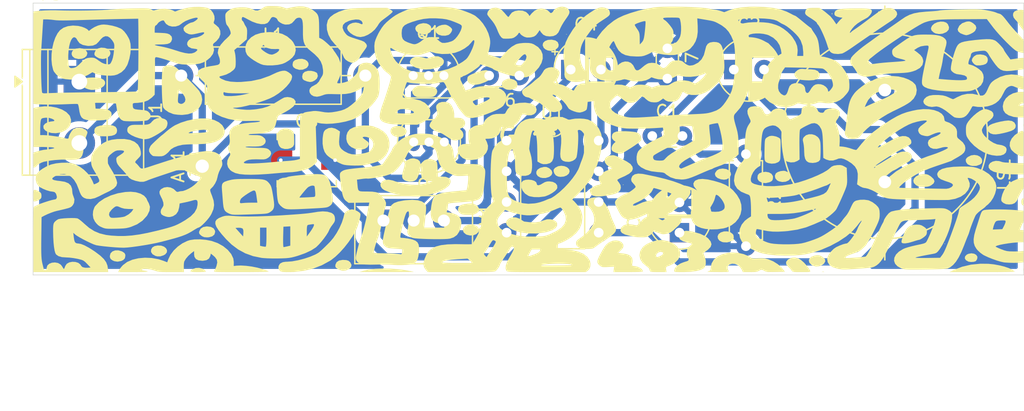
<source format=kicad_pcb>
(kicad_pcb (version 20241229) (generator "pcbnew") (generator_version "9.0")
  (layers (0 "F.Cu" signal) (2 "B.Cu" signal) (13 "F.Paste" user) (15 "B.Paste" user) (5 "F.SilkS" user "F.Silkscreen") (7 "B.SilkS" user "B.Silkscreen") (1 "F.Mask" user) (3 "B.Mask" user) (25 "Edge.Cuts" user))
  (net 0 "")
  (net 1 "+9V")
  (net 2 "Net-(Q1-B)")
  (net 3 "Net-(C1-Pad1)")
  (net 4 "Net-(C1-Pad2)")
  (net 5 "Net-(C2-Pad2)")
  (net 6 "Net-(C4-Pad1)")
  (net 7 "Net-(C4-Pad2)")
  (net 8 "GND")
  (net 9 "Net-(C6-Pad2)")
  (net 10 "Net-(U1-BYPASS)")
  (net 11 "Net-(U1-+)")
  (footprint "Capacitor_THT:CP_Radial_D5.0mm_P2.50mm" (layer "F.Cu") (at 104.5 61)
    (property "Reference" "C4" (at 1.25 -3.75 0) (layer "F.SilkS"))
    (property "Value" "10u")
    (pad "1" thru_hole rect (at 0 0) (size 1.6 1.6) (drill 0.8) (layers "*.Cu" "*.Mask") (net 6 "Net-(C4-Pad1)"))
    (pad "2" thru_hole circle (at 2.5 0) (size 1.6 1.6) (drill 0.8) (layers "*.Cu" "*.Mask") (net 7 "Net-(C4-Pad2)"))
  )
  (footprint "Package_DIP:DIP-8_W7.62mm" (layer "F.Cu") (at 99.195 66.88)
    (property "Reference" "U1" (at 3.81 -2.33 0) (layer "F.SilkS"))
    (property "Value" "LM386")
    (pad "1" thru_hole roundrect (at 0 0) (size 1.6 1.6) (drill 0.8) (layers "*.Cu" "*.Mask") (roundrect_rratio 0.15625) (net 6 "Net-(C4-Pad1)"))
    (pad "2" thru_hole circle (at 0 2.54) (size 1.6 1.6) (drill 0.8) (layers "*.Cu" "*.Mask") (net 8 "GND"))
    (pad "3" thru_hole circle (at 0 5.08) (size 1.6 1.6) (drill 0.8) (layers "*.Cu" "*.Mask") (net 11 "Net-(U1-+)"))
    (pad "4" thru_hole circle (at 0 7.62) (size 1.6 1.6) (drill 0.8) (layers "*.Cu" "*.Mask") (net 8 "GND"))
    (pad "5" thru_hole circle (at 7.62 7.62) (size 1.6 1.6) (drill 0.8) (layers "*.Cu" "*.Mask") (net 3 "Net-(C1-Pad1)"))
    (pad "6" thru_hole circle (at 7.62 5.08) (size 1.6 1.6) (drill 0.8) (layers "*.Cu" "*.Mask") (net 1 "+9V"))
    (pad "7" thru_hole circle (at 7.62 2.54) (size 1.6 1.6) (drill 0.8) (layers "*.Cu" "*.Mask") (net 10 "Net-(U1-BYPASS)"))
    (pad "8" thru_hole circle (at 7.62 0) (size 1.6 1.6) (drill 0.8) (layers "*.Cu" "*.Mask") (net 7 "Net-(C4-Pad2)"))
  )
  (footprint "Capacitor_THT:C_Disc_D3.0mm_W1.6mm_P2.50mm" (layer "F.Cu") (at 111.25 66.5)
    (property "Reference" "C1" (at 1.25 -2.05 0) (layer "F.SilkS"))
    (property "Value" "0.05u")
    (pad "1" thru_hole circle (at 0 0) (size 1.6 1.6) (drill 0.8) (layers "*.Cu" "*.Mask") (net 3 "Net-(C1-Pad1)"))
    (pad "2" thru_hole circle (at 2.5 0) (size 1.6 1.6) (drill 0.8) (layers "*.Cu" "*.Mask") (net 4 "Net-(C1-Pad2)"))
  )
  (footprint "Capacitor_THT:C_Disc_D3.0mm_W1.6mm_P2.50mm" (layer "F.Cu") (at 112.5 59.25 -90)
    (property "Reference" "C7" (at 1.25 -2.05 90) (layer "F.SilkS"))
    (property "Value" "100n")
    (pad "1" thru_hole circle (at 0 0 270) (size 1.6 1.6) (drill 0.8) (layers "*.Cu" "*.Mask") (net 8 "GND"))
    (pad "2" thru_hole circle (at 2.5 0 270) (size 1.6 1.6) (drill 0.8) (layers "*.Cu" "*.Mask") (net 10 "Net-(U1-BYPASS)"))
  )
  (footprint "Capacitor_SMD:C_Trimmer_Murata_TZB4-A" (layer "F.Cu") (at 82.65 68.5)
    (property "Reference" "C3" (at 0 -3.25 0) (layer "F.SilkS"))
    (property "Value" "(1.8-30)pf")
    (pad "1" smd rect (at -2.35 0) (size 2.3 1.6) (layers "F.Cu" "F.Mask" "F.Paste") (net 1 "+9V"))
    (pad "2" smd rect (at 2.35 0) (size 2.3 1.6) (layers "F.Cu" "F.Mask" "F.Paste") (net 8 "GND"))
  )
  (footprint "Package_TO_SOT_THT:TO-92_Inline" (layer "F.Cu") (at 91.46 61.5)
    (property "Reference" "Q1" (at 1.27 -3.56 0) (layer "F.SilkS"))
    (property "Value" "NPN")
    (pad "1" thru_hole rect (at 0 0) (size 1.05 1.5) (drill 0.75) (layers "*.Cu" "*.Mask") (net 1 "+9V"))
    (pad "2" thru_hole oval (at 1.27 0) (size 1.05 1.5) (drill 0.75) (layers "*.Cu" "*.Mask") (net 2 "Net-(Q1-B)"))
    (pad "3" thru_hole oval (at 2.54 0) (size 1.05 1.5) (drill 0.75) (layers "*.Cu" "*.Mask") (net 8 "GND"))
  )
  (footprint "RF_Antenna:NiceRF_SW868-TH13_868Mhz" (layer "F.Cu") (at 74 69 -90)
    (property "Reference" "AE1" (at 0 2 90) (layer "F.SilkS"))
    (property "Value" "Antenna")
    (pad "1" thru_hole roundrect (at 0 0 180) (size 1.5 1.5) (drill 1.1) (layers "*.Cu" "*.Mask") (roundrect_rratio 0.1640419948) (net 1 "+9V"))
  )
  (footprint "Capacitor_THT:CP_Radial_D5.0mm_P2.50mm" (layer "F.Cu") (at 118 61)
    (property "Reference" "C2" (at 1.25 -3.75 0) (layer "F.SilkS"))
    (property "Value" "220u")
    (pad "1" thru_hole rect (at 0 0) (size 1.6 1.6) (drill 0.8) (layers "*.Cu" "*.Mask") (net 3 "Net-(C1-Pad1)"))
    (pad "2" thru_hole circle (at 2.5 0) (size 1.6 1.6) (drill 0.8) (layers "*.Cu" "*.Mask") (net 5 "Net-(C2-Pad2)"))
  )
  (footprint "LOGO" (layer "F.Cu") (at 101 66.5)
    (property "Reference" "G***" (at 0 0 0) (layer "F.SilkS") (effects (font (size 1.5 1.5) (thickness 0.3))))
    (property "Value" "LOGO" (hide yes))
  )
  (footprint "Capacitor_THT:C_Disc_D3.0mm_W1.6mm_P2.50mm" (layer "F.Cu") (at 100.25 61.5 180)
    (property "Reference" "C6" (at 1.25 -2.05 0) (layer "F.SilkS"))
    (property "Value" "100n")
    (pad "1" thru_hole circle (at 0 0 180) (size 1.6 1.6) (drill 0.8) (layers "*.Cu" "*.Mask") (net 1 "+9V"))
    (pad "2" thru_hole circle (at 2.5 0 180) (size 1.6 1.6) (drill 0.8) (layers "*.Cu" "*.Mask") (net 9 "Net-(C6-Pad2)"))
  )
  (footprint "Potentiometer_THT:Potentiometer_Alps_RK09Y11_Single_Horizontal" (layer "F.Cu") (at 89 73.5 90)
    (property "Reference" "RV1" (at 0 8.5 90) (layer "F.SilkS"))
    (property "Value" "10k")
    (pad "1" thru_hole rect (at 0 0 270) (size 1.8 1.8) (drill 1) (layers "*.Cu" "*.Mask") (net 8 "GND"))
    (pad "2" thru_hole circle (at 0 2.5 270) (size 1.8 1.8) (drill 1) (layers "*.Cu" "*.Mask") (net 9 "Net-(C6-Pad2)"))
    (pad "3" thru_hole circle (at 0 5 270) (size 1.8 1.8) (drill 1) (layers "*.Cu" "*.Mask") (net 11 "Net-(U1-+)"))
  )
  (footprint "TerminalBlock_Phoenix:TerminalBlock_Phoenix_MKDS-1,5-2-5.08_1x02_P5.08mm_Horizontal" (layer "F.Cu") (at 63.8275 62 -90)
    (property "Reference" "J1" (at 2.54 -6.32 90) (layer "F.SilkS"))
    (property "Value" "Screw_Terminal_01x02")
    (pad "1" thru_hole roundrect (at 0 0 270) (size 2.6 2.6) (drill 1.3) (layers "*.Cu" "*.Mask") (roundrect_rratio 0.096154) (net 8 "GND"))
    (pad "2" thru_hole circle (at 5.08 0 270) (size 2.6 2.6) (drill 1.3) (layers "*.Cu" "*.Mask") (net 1 "+9V"))
  )
  (footprint "Inductor_THT:L_Axial_L11.0mm_D4.5mm_P15.24mm_Horizontal_Fastron_MECC" (layer "F.Cu") (at 72.26 61.5)
    (property "Reference" "L1" (at 7.62 -3.37 0) (layer "F.SilkS"))
    (property "Value" "0.1u")
    (pad "1" thru_hole circle (at 0 0) (size 2 2) (drill 1) (layers "*.Cu" "*.Mask") (net 1 "+9V"))
    (pad "2" thru_hole circle (at 15.24 0) (size 2 2) (drill 1) (layers "*.Cu" "*.Mask") (net 2 "Net-(Q1-B)"))
  )
  (footprint "footprints:SPKR_AST-1732MR-R" (layer "F.Cu") (at 130.5 66.5 -90)
    (property "Reference" "LS1" (at 3.175 -9.885 90) (layer "F.SilkS"))
    (property "Value" "Speaker" (hide yes))
    (pad "1" thru_hole circle (at -3.8 0 270) (size 1.575 1.575) (drill 1.05) (layers "*.Cu" "*.Mask") (net 5 "Net-(C2-Pad2)"))
    (pad "2" thru_hole circle (at 3.8 0 270) (size 1.575 1.575) (drill 1.05) (layers "*.Cu" "*.Mask") (net 8 "GND"))
  )
  (footprint "Package_TO_SOT_THT:TO-92_Inline" (layer "F.Cu") (at 94.04 67 180)
    (property "Reference" "Q2" (at 1.27 -3.56 0) (layer "F.SilkS"))
    (property "Value" "NPN")
    (pad "1" thru_hole rect (at 0 0 180) (size 1.05 1.5) (drill 0.75) (layers "*.Cu" "*.Mask") (net 2 "Net-(Q1-B)"))
    (pad "2" thru_hole oval (at 1.27 0 180) (size 1.05 1.5) (drill 0.75) (layers "*.Cu" "*.Mask") (net 1 "+9V"))
    (pad "3" thru_hole oval (at 2.54 0 180) (size 1.05 1.5) (drill 0.75) (layers "*.Cu" "*.Mask") (net 8 "GND"))
  )
  (footprint "Capacitor_THT:CP_Radial_D5.0mm_P2.50mm" (layer "F.Cu") (at 113.5 74.5 90)
    (property "Reference" "C5" (at 1.25 -3.75 90) (layer "F.SilkS"))
    (property "Value" "220u")
    (pad "1" thru_hole rect (at 0 0 90) (size 1.6 1.6) (drill 0.8) (layers "*.Cu" "*.Mask") (net 1 "+9V"))
    (pad "2" thru_hole circle (at 2.5 0 90) (size 1.6 1.6) (drill 0.8) (layers "*.Cu" "*.Mask") (net 8 "GND"))
  )
  (footprint "Resistor_THT:R_Axial_DIN0207_L6.3mm_D2.5mm_P7.62mm_Horizontal" (layer "F.Cu") (at 119 68 -90)
    (property "Reference" "R2" (at 3.81 -2.37 90) (layer "F.SilkS"))
    (property "Value" "10")
    (pad "1" thru_hole circle (at 0 0 270) (size 1.6 1.6) (drill 0.8) (layers "*.Cu" "*.Mask") (net 4 "Net-(C1-Pad2)"))
    (pad "2" thru_hole oval (at 7.62 0 270) (size 1.6 1.6) (drill 0.8) (layers "*.Cu" "*.Mask") (net 8 "GND"))
  )
  (gr_line (start 142 55.5) (end 142 78) (stroke (width 0.05)) (layer "Edge.Cuts"))
  (gr_line (start 60 78) (end 142 78) (stroke (width 0.05)) (layer "Edge.Cuts"))
  (gr_line (start 60 55.5) (end 60 78) (stroke (width 0.05)) (layer "Edge.Cuts"))
  (gr_line (start 60 55.5) (end 142 55.5) (stroke (width 0.05)) (layer "Edge.Cuts"))
  (via (at 80.5 68.5) (size 0.6) (drill 0.3) (layers "F.Cu" "B.Cu") (net 1))
  (segment (start 97.211108 60.199) (end 92.77 64.640108) (width 0.6) (layer "B.Cu") (net 1))
  (segment (start 95.5 68.5) (end 92 72) (width 0.6) (layer "B.Cu") (net 1))
  (segment (start 82.5 68.5) (end 80.5 68.5) (width 0.6) (layer "B.Cu") (net 1))
  (segment (start 77.5 65.5) (end 82.5 65.5) (width 0.6) (layer "B.Cu") (net 1))
  (segment (start 80.5 68.5) (end 81.5 68.5) (width 0.6) (layer "B.Cu") (net 1))
  (segment (start 91.324017 68.5) (end 90.474 67.649983) (width 0.6) (layer "B.Cu") (net 1))
  (segment (start 92.77 67) (end 92.77 67.9) (width 0.6) (layer "B.Cu") (net 1))
  (segment (start 99.5 76.5) (end 104.04 71.96) (width 0.6) (layer "B.Cu") (net 1))
  (segment (start 87.5 74.802) (end 89.198 76.5) (width 0.6) (layer "B.Cu") (net 1))
  (segment (start 86 72) (end 87.5 73.5) (width 0.6) (layer "B.Cu") (net 1))
  (segment (start 92.77 67.9) (end 92.17 68.5) (width 0.6) (layer "B.Cu") (net 1))
  (segment (start 113 74.5) (end 110.46 71.96) (width 0.6) (layer "B.Cu") (net 1))
  (segment (start 74 69) (end 77.5 65.5) (width 0.6) (layer "B.Cu") (net 1))
  (segment (start 95.066 65.749) (end 95.5 66.183) (width 0.6) (layer "B.Cu") (net 1))
  (segment (start 104.04 71.96) (end 106.815 71.96) (width 0.6) (layer "B.Cu") (net 1))
  (segment (start 74 63.24) (end 72.26 61.5) (width 0.6) (layer "B.Cu") (net 1))
  (segment (start 69.4075 61.5) (end 72.26 61.5) (width 0.6) (layer "B.Cu") (net 1))
  (segment (start 113.5 74.5) (end 113 74.5) (width 0.6) (layer "B.Cu") (net 1))
  (segment (start 89.198 76.5) (end 99.5 76.5) (width 0.6) (layer "B.Cu") (net 1))
  (segment (start 87.5 73.5) (end 87.5 74.802) (width 0.6) (layer "B.Cu") (net 1))
  (segment (start 92.17 68.5) (end 91.324017 68.5) (width 0.6) (layer "B.Cu") (net 1))
  (segment (start 100.25 61.5) (end 98.949 60.199) (width 0.6) (layer "B.Cu") (net 1))
  (segment (start 92.77 67) (end 92.77 65.993) (width 0.6) (layer "B.Cu") (net 1))
  (segment (start 74 69) (end 74 63.24) (width 0.6) (layer "B.Cu") (net 1))
  (segment (start 92 72) (end 86 72) (width 0.6) (layer "B.Cu") (net 1))
  (segment (start 63.8275 67.08) (end 69.4075 61.5) (width 0.6) (layer "B.Cu") (net 1))
  (segment (start 92.77 64.640108) (end 92.77 67) (width 0.6) (layer "B.Cu") (net 1))
  (segment (start 82.5 68.5) (end 86 72) (width 0.6) (layer "B.Cu") (net 1))
  (segment (start 95.5 66.183) (end 95.5 68.5) (width 0.6) (layer "B.Cu") (net 1))
  (segment (start 90.474 67.649983) (end 90.474 62.486) (width 0.6) (layer "B.Cu") (net 1))
  (segment (start 90.474 62.486) (end 91.46 61.5) (width 0.6) (layer "B.Cu") (net 1))
  (segment (start 92.77 65.993) (end 93.014 65.749) (width 0.6) (layer "B.Cu") (net 1))
  (segment (start 110.46 71.96) (end 106.815 71.96) (width 0.6) (layer "B.Cu") (net 1))
  (segment (start 82.5 65.5) (end 82.5 68.5) (width 0.6) (layer "B.Cu") (net 1))
  (segment (start 93.014 65.749) (end 95.066 65.749) (width 0.6) (layer "B.Cu") (net 1))
  (segment (start 98.949 60.199) (end 97.211108 60.199) (width 0.6) (layer "B.Cu") (net 1))
  (segment (start 94.04 68.341369) (end 92.381369 70) (width 0.6) (layer "B.Cu") (net 2))
  (segment (start 94.04 67) (end 94.04 68.341369) (width 0.6) (layer "B.Cu") (net 2))
  (segment (start 92.73 61.5) (end 92.73 60.493) (width 0.6) (layer "B.Cu") (net 2))
  (segment (start 92.73 60.493) (end 92.486 60.249) (width 0.6) (layer "B.Cu") (net 2))
  (segment (start 92.486 60.249) (end 88.751 60.249) (width 0.6) (layer "B.Cu") (net 2))
  (segment (start 89.5 70) (end 87.5 68) (width 0.6) (layer "B.Cu") (net 2))
  (segment (start 92.381369 70) (end 89.5 70) (width 0.6) (layer "B.Cu") (net 2))
  (segment (start 87.5 68) (end 87.5 61.5) (width 0.6) (layer "B.Cu") (net 2))
  (segment (start 88.751 60.249) (end 87.5 61.5) (width 0.6) (layer "B.Cu") (net 2))
  (segment (start 106.815 74.5) (end 111 74.5) (width 0.6) (layer "B.Cu") (net 3))
  (segment (start 111 74.5) (end 113.421 76.921) (width 0.6) (layer "B.Cu") (net 3))
  (segment (start 133 72.5) (end 133 69) (width 0.6) (layer "B.Cu") (net 3))
  (segment (start 121.5 64.5) (end 118 61) (width 0.6) (layer "B.Cu") (net 3))
  (segment (start 116.75 61) (end 111.25 66.5) (width 0.6) (layer "B.Cu") (net 3))
  (segment (start 113.421 76.921) (end 128.579 76.921) (width 0.6) (layer "B.Cu") (net 3))
  (segment (start 128.579 76.921) (end 133 72.5) (width 0.6) (layer "B.Cu") (net 3))
  (segment (start 126 64.5) (end 121.5 64.5) (width 0.6) (layer "B.Cu") (net 3))
  (segment (start 133 69) (end 129.966285 65.966285) (width 0.6) (layer "B.Cu") (net 3))
  (segment (start 127.466285 65.966285) (end 126 64.5) (width 0.6) (layer "B.Cu") (net 3))
  (segment (start 118 61) (end 116.75 61) (width 0.6) (layer "B.Cu") (net 3))
  (segment (start 129.966285 65.966285) (end 127.466285 65.966285) (width 0.6) (layer "B.Cu") (net 3))
  (segment (start 119 68) (end 115.25 68) (width 0.6) (layer "B.Cu") (net 4))
  (segment (start 115.25 68) (end 113.75 66.5) (width 0.6) (layer "B.Cu") (net 4))
  (segment (start 128.8 61) (end 130.5 62.7) (width 0.6) (layer "B.Cu") (net 5))
  (segment (start 120.5 61) (end 128.8 61) (width 0.6) (layer "B.Cu") (net 5))
  (segment (start 104.5 61) (end 104.5 61.575) (width 0.6) (layer "B.Cu") (net 6))
  (segment (start 104.5 61.575) (end 99.195 66.88) (width 0.6) (layer "B.Cu") (net 6))
  (segment (start 107 66.695) (end 106.815 66.88) (width 0.6) (layer "B.Cu") (net 7))
  (segment (start 107 61) (end 107 66.695) (width 0.6) (layer "B.Cu") (net 7))
  (via (at 85 68.5) (size 0.6) (drill 0.3) (layers "F.Cu" "B.Cu") (net 8))
  (segment (start 98 64.5) (end 99.089892 64.5) (width 0.6) (layer "B.Cu") (net 8))
  (segment (start 99.089892 64.5) (end 102.5 61.089892) (width 0.6) (layer "B.Cu") (net 8))
  (segment (start 99.195 74.5) (end 100.496 73.199) (width 0.6) (layer "B.Cu") (net 8))
  (segment (start 94 62.278738) (end 91.5 64.778738) (width 0.6) (layer "B.Cu") (net 8))
  (segment (start 102.5 59.25) (end 96.25 59.25) (width 0.6) (layer "B.Cu") (net 8))
  (segment (start 66.8275 59) (end 85.5 59) (width 0.6) (layer "B.Cu") (net 8))
  (segment (start 97.894 68.119) (end 97.894 64.606) (width 0.6) (layer "B.Cu") (net 8))
  (segment (start 63.8275 62) (end 66.8275 59) (width 0.6) (layer "B.Cu") (net 8))
  (segment (start 119 75.62) (end 125.18 75.62) (width 0.6) (layer "B.Cu") (net 8))
  (segment (start 99.195 69.42) (end 97.894 68.119) (width 0.6) (layer "B.Cu") (net 8))
  (segment (start 114.5 61.589892) (end 111.589892 64.5) (width 0.6) (layer "B.Cu") (net 8))
  (segment (start 90.799999 75.299999) (end 98.395001 75.299999) (width 0.6) (layer "B.Cu") (net 8))
  (segment (start 84.5 68) (end 85 68.5) (width 0.6) (layer "B.Cu") (net 8))
  (segment (start 98.395001 75.299999) (end 99.195 74.5) (width 0.6) (layer "B.Cu") (net 8))
  (segment (start 85.5 59) (end 85 59) (width 0.6) (layer "B.Cu") (net 8))
  (segment (start 100.496 73.199) (end 100.496 70.721) (width 0.6) (layer "B.Cu") (net 8))
  (segment (start 100.496 70.721) (end 99.195 69.42) (width 0.6) (layer "B.Cu") (net 8))
  (segment (start 96.25 59.25) (end 94 61.5) (width 0.6) (layer "B.Cu") (net 8))
  (segment (start 94 60.15) (end 92.85 59) (width 0.6) (layer "B.Cu") (net 8))
  (segment (start 91.5 64.778738) (end 91.5 67) (width 0.6) (layer "B.Cu") (net 8))
  (segment (start 113.5 72) (end 115.38 72) (width 0.6) (layer "B.Cu") (net 8))
  (segment (start 109 67.5) (end 113.5 72) (width 0.6) (layer "B.Cu") (net 8))
  (segment (start 115.38 72) (end 119 75.62) (width 0.6) (layer "B.Cu") (net 8))
  (segment (start 94 61.5) (end 94 60.15) (width 0.6) (layer "B.Cu") (net 8))
  (segment (start 89 73.5) (end 90.799999 75.299999) (width 0.6) (layer "B.Cu") (net 8))
  (segment (start 92.85 59) (end 85.5 59) (width 0.6) (layer "B.Cu") (net 8))
  (segment (start 113.75 59.25) (end 114.5 60) (width 0.6) (layer "B.Cu") (net 8))
  (segment (start 94 61.5) (end 94 62.278738) (width 0.6) (layer "B.Cu") (net 8))
  (segment (start 114.5 60) (end 114.5 61.589892) (width 0.6) (layer "B.Cu") (net 8))
  (segment (start 110 64.5) (end 109 65.5) (width 0.6) (layer "B.Cu") (net 8))
  (segment (start 111.589892 64.5) (end 110 64.5) (width 0.6) (layer "B.Cu") (net 8))
  (segment (start 109 65.5) (end 109 67.5) (width 0.6) (layer "B.Cu") (net 8))
  (segment (start 112.5 59.25) (end 113.75 59.25) (width 0.6) (layer "B.Cu") (net 8))
  (segment (start 102.5 61.089892) (end 102.5 59.25) (width 0.6) (layer "B.Cu") (net 8))
  (segment (start 112.5 59.25) (end 102.5 59.25) (width 0.6) (layer "B.Cu") (net 8))
  (segment (start 84.5 59.5) (end 84.5 68) (width 0.6) (layer "B.Cu") (net 8))
  (segment (start 85 59) (end 84.5 59.5) (width 0.6) (layer "B.Cu") (net 8))
  (segment (start 125.18 75.62) (end 130.5 70.3) (width 0.6) (layer "B.Cu") (net 8))
  (segment (start 96.5 71.5) (end 96.5 63) (width 0.6) (layer "B.Cu") (net 9))
  (segment (start 91.63137 73.5) (end 93.63137 71.5) (width 0.6) (layer "B.Cu") (net 9))
  (segment (start 91.5 73.5) (end 91.63137 73.5) (width 0.6) (layer "B.Cu") (net 9))
  (segment (start 93.63137 71.5) (end 96.5 71.5) (width 0.6) (layer "B.Cu") (net 9))
  (segment (start 97.75 61.5) (end 96.5 62.75) (width 0.6) (layer "B.Cu") (net 9))
  (segment (start 108.116 68.119) (end 106.815 69.42) (width 0.6) (layer "B.Cu") (net 10))
  (segment (start 112.5 61.75) (end 110.75 61.75) (width 0.6) (layer "B.Cu") (net 10))
  (segment (start 110.75 61.75) (end 108.116 64.384) (width 0.6) (layer "B.Cu") (net 10))
  (segment (start 108.116 64.384) (end 108.116 68.119) (width 0.6) (layer "B.Cu") (net 10))
  (segment (start 97.655 73.5) (end 99.195 71.96) (width 0.6) (layer "B.Cu") (net 11))
  (segment (start 94 73.5) (end 97.655 73.5) (width 0.6) (layer "B.Cu") (net 11))
  (zone (net 8) (net_name "GND") (layer "B.Cu") (connect_pads (clearance 0.5)) (min_thickness 0.25) (fill yes (thermal_gap 0.5) (thermal_bridge_width 0.5))
    (polygon (pts (xy 60 55.5) (xy 142 55.5) (xy 142 78) (xy 60 78)))
  )
)
</source>
